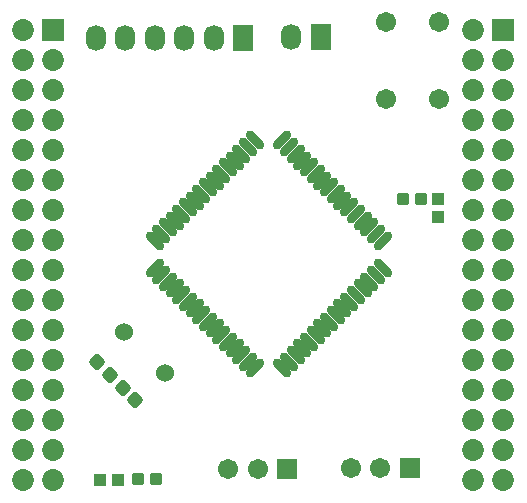
<source format=gts>
G04*
G04 #@! TF.GenerationSoftware,Altium Limited,Altium NEXUS,4.0.7 (54)*
G04*
G04 Layer_Color=8388736*
%FSLAX44Y44*%
%MOMM*%
G71*
G04*
G04 #@! TF.SameCoordinates,2F636ACE-6931-4982-A4A6-23C36C612785*
G04*
G04*
G04 #@! TF.FilePolarity,Negative*
G04*
G01*
G75*
G04:AMPARAMS|DCode=24|XSize=1.0922mm|YSize=1.0922mm|CornerRadius=0.2127mm|HoleSize=0mm|Usage=FLASHONLY|Rotation=180.000|XOffset=0mm|YOffset=0mm|HoleType=Round|Shape=RoundedRectangle|*
%AMROUNDEDRECTD24*
21,1,1.0922,0.6668,0,0,180.0*
21,1,0.6668,1.0922,0,0,180.0*
1,1,0.4255,-0.3334,0.3334*
1,1,0.4255,0.3334,0.3334*
1,1,0.4255,0.3334,-0.3334*
1,1,0.4255,-0.3334,-0.3334*
%
%ADD24ROUNDEDRECTD24*%
G04:AMPARAMS|DCode=25|XSize=1.0922mm|YSize=1.0922mm|CornerRadius=0.2127mm|HoleSize=0mm|Usage=FLASHONLY|Rotation=270.000|XOffset=0mm|YOffset=0mm|HoleType=Round|Shape=RoundedRectangle|*
%AMROUNDEDRECTD25*
21,1,1.0922,0.6668,0,0,270.0*
21,1,0.6668,1.0922,0,0,270.0*
1,1,0.4255,-0.3334,-0.3334*
1,1,0.4255,-0.3334,0.3334*
1,1,0.4255,0.3334,0.3334*
1,1,0.4255,0.3334,-0.3334*
%
%ADD25ROUNDEDRECTD25*%
G04:AMPARAMS|DCode=26|XSize=0.7532mm|YSize=1.9532mm|CornerRadius=0mm|HoleSize=0mm|Usage=FLASHONLY|Rotation=315.000|XOffset=0mm|YOffset=0mm|HoleType=Round|Shape=Round|*
%AMOVALD26*
21,1,1.2000,0.7532,0.0000,0.0000,45.0*
1,1,0.7532,-0.4243,-0.4243*
1,1,0.7532,0.4243,0.4243*
%
%ADD26OVALD26*%

G04:AMPARAMS|DCode=27|XSize=0.7532mm|YSize=1.9532mm|CornerRadius=0mm|HoleSize=0mm|Usage=FLASHONLY|Rotation=45.000|XOffset=0mm|YOffset=0mm|HoleType=Round|Shape=Round|*
%AMOVALD27*
21,1,1.2000,0.7532,0.0000,0.0000,135.0*
1,1,0.7532,0.4243,-0.4243*
1,1,0.7532,-0.4243,0.4243*
%
%ADD27OVALD27*%

G04:AMPARAMS|DCode=28|XSize=0.9652mm|YSize=1.0922mm|CornerRadius=0.1969mm|HoleSize=0mm|Usage=FLASHONLY|Rotation=180.000|XOffset=0mm|YOffset=0mm|HoleType=Round|Shape=RoundedRectangle|*
%AMROUNDEDRECTD28*
21,1,0.9652,0.6985,0,0,180.0*
21,1,0.5715,1.0922,0,0,180.0*
1,1,0.3937,-0.2858,0.3493*
1,1,0.3937,0.2858,0.3493*
1,1,0.3937,0.2858,-0.3493*
1,1,0.3937,-0.2858,-0.3493*
%
%ADD28ROUNDEDRECTD28*%
G04:AMPARAMS|DCode=29|XSize=1.0922mm|YSize=1.0922mm|CornerRadius=0.2127mm|HoleSize=0mm|Usage=FLASHONLY|Rotation=315.000|XOffset=0mm|YOffset=0mm|HoleType=Round|Shape=RoundedRectangle|*
%AMROUNDEDRECTD29*
21,1,1.0922,0.6668,0,0,315.0*
21,1,0.6668,1.0922,0,0,315.0*
1,1,0.4255,0.0000,-0.4715*
1,1,0.4255,-0.4715,0.0000*
1,1,0.4255,0.0000,0.4715*
1,1,0.4255,0.4715,0.0000*
%
%ADD29ROUNDEDRECTD29*%
%ADD30C,1.7032*%
%ADD31R,1.7032X1.7032*%
%ADD32O,1.7032X2.2032*%
%ADD33R,1.7032X2.2032*%
%ADD34C,1.5240*%
%ADD35C,1.8532*%
%ADD36R,1.8532X1.8532*%
D24*
X89500Y25250D02*
D03*
X104740D02*
D03*
D25*
X376000Y247630D02*
D03*
Y262870D02*
D03*
D26*
X244167Y312520D02*
D03*
X249824Y306863D02*
D03*
X255481Y301206D02*
D03*
X261138Y295550D02*
D03*
X266795Y289893D02*
D03*
X272451Y284236D02*
D03*
X278108Y278579D02*
D03*
X283765Y272922D02*
D03*
X289422Y267265D02*
D03*
X295079Y261608D02*
D03*
X300736Y255951D02*
D03*
X306393Y250295D02*
D03*
X312050Y244638D02*
D03*
X317706Y238981D02*
D03*
X323363Y233324D02*
D03*
X329020Y227667D02*
D03*
X220833Y119480D02*
D03*
X215176Y125137D02*
D03*
X209519Y130794D02*
D03*
X203862Y136451D02*
D03*
X198205Y142107D02*
D03*
X192549Y147764D02*
D03*
X186892Y153421D02*
D03*
X181235Y159078D02*
D03*
X175578Y164735D02*
D03*
X169921Y170392D02*
D03*
X164264Y176049D02*
D03*
X158607Y181705D02*
D03*
X152950Y187362D02*
D03*
X147294Y193019D02*
D03*
X141637Y198676D02*
D03*
X135980Y204333D02*
D03*
D27*
X329020D02*
D03*
X323363Y198676D02*
D03*
X317706Y193019D02*
D03*
X312050Y187362D02*
D03*
X306393Y181705D02*
D03*
X300736Y176049D02*
D03*
X295079Y170392D02*
D03*
X289422Y164735D02*
D03*
X283765Y159078D02*
D03*
X278108Y153421D02*
D03*
X272451Y147764D02*
D03*
X266795Y142107D02*
D03*
X261138Y136451D02*
D03*
X255481Y130794D02*
D03*
X249824Y125137D02*
D03*
X244167Y119480D02*
D03*
X135980Y227667D02*
D03*
X141637Y233324D02*
D03*
X147294Y238981D02*
D03*
X152950Y244638D02*
D03*
X158607Y250295D02*
D03*
X164264Y255951D02*
D03*
X169921Y261608D02*
D03*
X175578Y267265D02*
D03*
X181235Y272922D02*
D03*
X186892Y278579D02*
D03*
X192549Y284236D02*
D03*
X198205Y289893D02*
D03*
X203862Y295550D02*
D03*
X209519Y301206D02*
D03*
X215176Y306863D02*
D03*
X220833Y312520D02*
D03*
D28*
X361620Y263000D02*
D03*
X346380D02*
D03*
X121760Y25500D02*
D03*
X137000D02*
D03*
D29*
X119776Y92474D02*
D03*
X109000Y103250D02*
D03*
X87612Y124888D02*
D03*
X98388Y114112D02*
D03*
D30*
X327000Y35000D02*
D03*
X302000D02*
D03*
X223500Y34750D02*
D03*
X198500D02*
D03*
X331750Y347750D02*
D03*
X376750D02*
D03*
X331750Y412750D02*
D03*
X376750D02*
D03*
D31*
X352000Y35000D02*
D03*
X248500Y34750D02*
D03*
D32*
X251500Y399750D02*
D03*
X86000Y399250D02*
D03*
X111000D02*
D03*
X136000D02*
D03*
X161000D02*
D03*
X186000D02*
D03*
D33*
X276500Y399750D02*
D03*
X211000Y399250D02*
D03*
D34*
X110508Y149992D02*
D03*
X144992Y115508D02*
D03*
D35*
X25000Y75800D02*
D03*
X50400Y75800D02*
D03*
X25000Y101200D02*
D03*
X50400Y101200D02*
D03*
X25000Y126600D02*
D03*
X50400Y126600D02*
D03*
X25000Y355200D02*
D03*
X50400Y355200D02*
D03*
X25000Y380600D02*
D03*
X50400D02*
D03*
X25000Y406000D02*
D03*
X50400Y329800D02*
D03*
X25000Y329800D02*
D03*
X50400Y304400D02*
D03*
X25000Y304400D02*
D03*
X50400Y279000D02*
D03*
X25000D02*
D03*
X50400Y253600D02*
D03*
X25000D02*
D03*
X50400Y228200D02*
D03*
X25000Y228200D02*
D03*
X50400Y202800D02*
D03*
X25000Y202800D02*
D03*
X50400Y177400D02*
D03*
X25000D02*
D03*
X50400Y152000D02*
D03*
X25000D02*
D03*
X50400Y50400D02*
D03*
Y25000D02*
D03*
X25000Y50400D02*
D03*
Y25000D02*
D03*
X406000Y75800D02*
D03*
X431400D02*
D03*
X406000Y101200D02*
D03*
X431400Y101200D02*
D03*
X406000Y126600D02*
D03*
X431400D02*
D03*
X406000Y355200D02*
D03*
X431400D02*
D03*
X406000Y380600D02*
D03*
X431400D02*
D03*
X406000Y406000D02*
D03*
X431400Y329800D02*
D03*
X406000Y329800D02*
D03*
X431400Y304400D02*
D03*
X406000D02*
D03*
X431400Y279000D02*
D03*
X406000D02*
D03*
X431400Y253600D02*
D03*
X406000D02*
D03*
X431400Y228200D02*
D03*
X406000D02*
D03*
X431400Y202800D02*
D03*
X406000D02*
D03*
X431400Y177400D02*
D03*
X406000Y177400D02*
D03*
X431400Y152000D02*
D03*
X406000D02*
D03*
X431400Y50400D02*
D03*
Y25000D02*
D03*
X406000Y50400D02*
D03*
Y25000D02*
D03*
D36*
X50400Y406000D02*
D03*
X431400D02*
D03*
M02*

</source>
